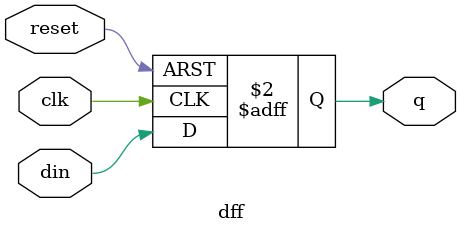
<source format=v>
module dff(
input din,
input clk,
input reset,
output reg q);
always@(posedge clk or posedge reset) //asyn reset
begin
if(reset)
q=1'b0;
else
q=din;

end
endmodule

</source>
